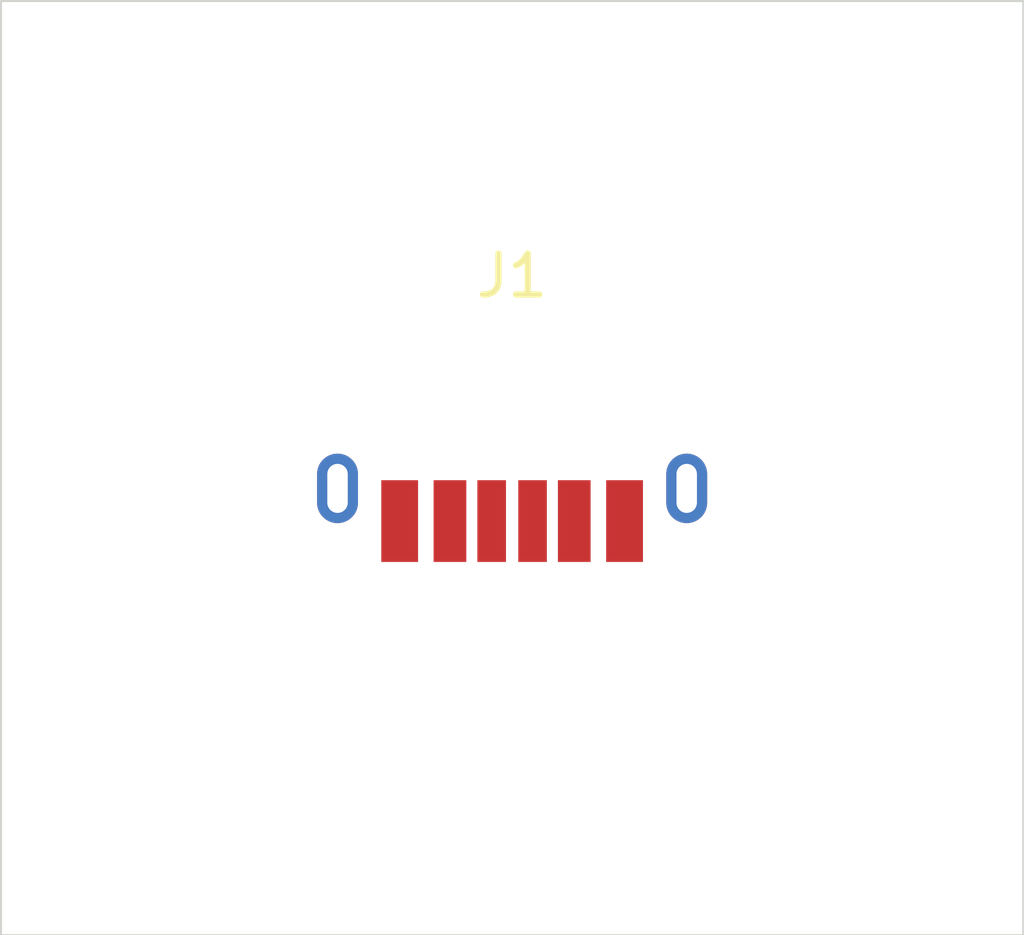
<source format=kicad_pcb>
(kicad_pcb (version 20211014) (generator pcbnew)
  (title_block (title "<<ID>>_<<project_name>>") (date "<<date>>") (rev "<<version>>") (comment 4 "<<hash>>"))
  (layers (0 "F.Cu" signal) (31 "B.Cu" signal) (34 "B.Paste" user) (35 "F.Paste" user) (36 "B.SilkS" user "B.Silkscreen") (37 "F.SilkS" user "F.Silkscreen") (38 "B.Mask" user) (39 "F.Mask" user) (44 "Edge.Cuts" user))
  (net 0 "")
  (net 2 "Net-(J1-PadA9)")
  (net 3 "Net-(J1-PadA12)")
  (footprint "Connector_USB_custom:USB_C_Receptacle_GCT_USB4130-GF-C" (layer "F.Cu") (at 146.5 96)
    (fp_text reference "J1" (at 0 -5.2 unlocked) (layer "F.SilkS"))
    (fp_text value "USB4130-GF-C")
    (pad "A5" smd rect (at -0.5 0.8 90) (size 2 0.7) (layers "F.Cu" "F.Paste" "F.Mask"))
    (pad "A9" smd rect (at 1.52 0.8 90) (size 2 0.8) (layers "F.Cu" "F.Paste" "F.Mask") (net 2 "Net-(J1-PadA9)"))
    (pad "A12" smd rect (at 2.75 0.8 90) (size 2 0.9) (layers "F.Cu" "F.Paste" "F.Mask") (net 3 "Net-(J1-PadA12)"))
    (pad "B5" smd rect (at 0.5 0.8 90) (size 2 0.7) (layers "F.Cu" "F.Paste" "F.Mask"))
    (pad "B9" smd rect (at -1.52 0.8 90) (size 2 0.8) (layers "F.Cu" "F.Paste" "F.Mask") (net 2 "Net-(J1-PadA9)"))
    (pad "B12" smd rect (at -2.75 0.8 90) (size 2 0.9) (layers "F.Cu" "F.Paste" "F.Mask") (net 3 "Net-(J1-PadA12)"))
    (pad "S1" thru_hole oval (at -4.27 0 90) (size 1.7 1) (drill oval 1.2 0.5) (layers *.Cu *.Mask))
    (pad "S1" thru_hole oval (at 4.27 0 90) (size 1.7 1) (drill oval 1.2 0.5) (layers *.Cu *.Mask))
  )
  (gr_rect (start 134 84.074) (end 159 106.934) (layer "Edge.Cuts") (width 0.05) (fill none))
)
</source>
